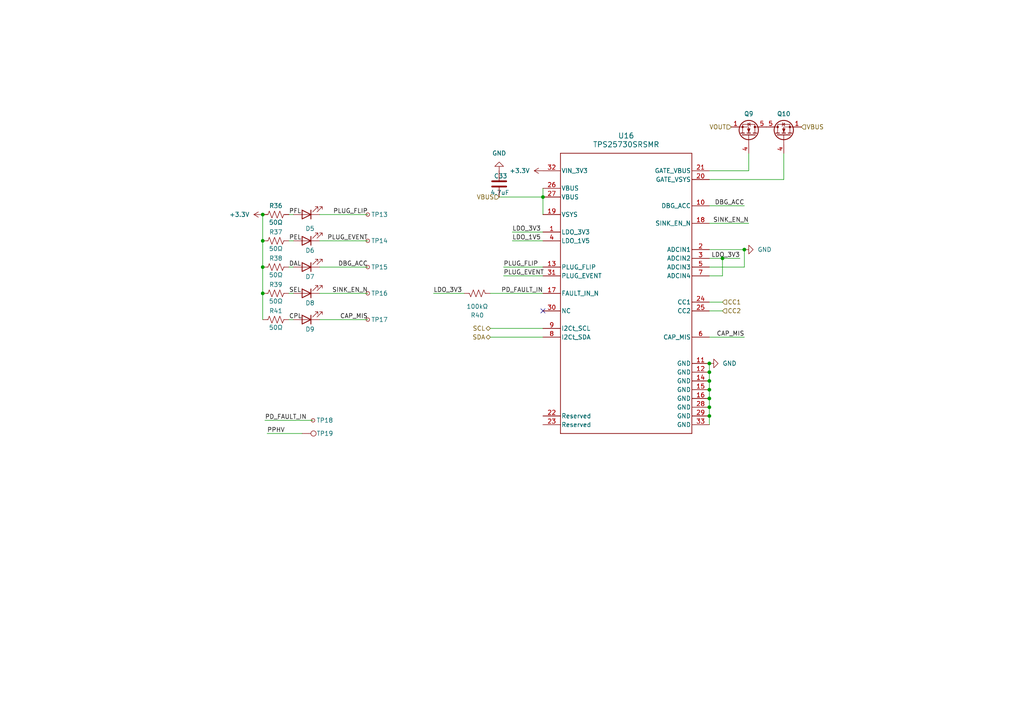
<source format=kicad_sch>
(kicad_sch (version 20231120) (generator "eeschema") (generator_version "8.0")
  (paper "A4")
  (lib_symbols
    (symbol "CM5IO:TPS25730SRSMR" (pin_names (offset 0.254))
      (property "Reference" "U" (at 0 2.54 0))
      (property "Value" "TPS25730SRSMR" (at 0 0 0))
      (symbol "TPS25730SRSMR_0_1"
        (polyline (pts (xy 5.08 -76.2) (xy 43.18 -76.2)) (stroke (width 0.2032)))
        (polyline (pts (xy 5.08 5.08) (xy 5.08 -76.2)) (stroke (width 0.2032)))
        (polyline (pts (xy 43.18 -76.2) (xy 43.18 5.08)) (stroke (width 0.2032)))
        (polyline (pts (xy 43.18 5.08) (xy 5.08 5.08)) (stroke (width 0.2032)))
        (pin unspecified line (at 0 -17.78 0) (length 5.08) (name "LDO_3V3") (number "1"))
        (pin open_collector line (at 48.26 -10.16 180) (length 5.08) (name "DBG_ACC") (number "10"))
        (pin power_in line (at 48.26 -55.88 180) (length 5.08) (name "GND") (number "11"))
        (pin power_in line (at 48.26 -58.42 180) (length 5.08) (name "GND") (number "12"))
        (pin open_collector line (at 0 -27.94 0) (length 5.08) (name "PLUG_FLIP") (number "13"))
        (pin power_in line (at 48.26 -60.96 180) (length 5.08) (name "GND") (number "14"))
        (pin power_in line (at 48.26 -63.5 180) (length 5.08) (name "GND") (number "15"))
        (pin power_in line (at 48.26 -66.04 180) (length 5.08) (name "GND") (number "16"))
        (pin input line (at 0 -35.56 0) (length 5.08) (name "FAULT_IN_N") (number "17"))
        (pin open_collector line (at 48.26 -15.24 180) (length 5.08) (name "SINK_EN_N") (number "18"))
        (pin power_in line (at 0 -12.7 0) (length 5.08) (name "VSYS") (number "19"))
        (pin unspecified line (at 48.26 -22.86 180) (length 5.08) (name "ADCIN1") (number "2"))
        (pin unspecified line (at 48.26 -2.54 180) (length 5.08) (name "GATE_VSYS") (number "20"))
        (pin unspecified line (at 48.26 0 180) (length 5.08) (name "GATE_VBUS") (number "21"))
        (pin unspecified line (at 0 -71.12 0) (length 5.08) (name "Reserved") (number "22"))
        (pin unspecified line (at 0 -73.66 0) (length 5.08) (name "Reserved") (number "23"))
        (pin bidirectional line (at 48.26 -38.1 180) (length 5.08) (name "CC1") (number "24"))
        (pin bidirectional line (at 48.26 -40.64 180) (length 5.08) (name "CC2") (number "25"))
        (pin power_in line (at 0 -5.08 0) (length 5.08) (name "VBUS") (number "26"))
        (pin power_in line (at 0 -7.62 0) (length 5.08) (name "VBUS") (number "27"))
        (pin power_in line (at 48.26 -68.58 180) (length 5.08) (name "GND") (number "28"))
        (pin power_in line (at 48.26 -71.12 180) (length 5.08) (name "GND") (number "29"))
        (pin unspecified line (at 48.26 -25.4 180) (length 5.08) (name "ADCIN2") (number "3"))
        (pin unspecified line (at 0 -40.64 0) (length 5.08) (name "NC") (number "30"))
        (pin open_collector line (at 0 -30.48 0) (length 5.08) (name "PLUG_EVENT") (number "31"))
        (pin power_in line (at 0 0 0) (length 5.08) (name "VIN_3V3") (number "32"))
        (pin power_in line (at 48.26 -73.66 180) (length 5.08) (name "GND") (number "33"))
        (pin unspecified line (at 0 -20.32 0) (length 5.08) (name "LDO_1V5") (number "4"))
        (pin unspecified line (at 48.26 -27.94 180) (length 5.08) (name "ADCIN3") (number "5"))
        (pin unspecified line (at 48.26 -48.26 180) (length 5.08) (name "CAP_MIS") (number "6"))
        (pin unspecified line (at 48.26 -30.48 180) (length 5.08) (name "ADCIN4") (number "7"))
        (pin bidirectional line (at 0 -48.26 0) (length 5.08) (name "I2Ct_SDA") (number "8"))
        (pin input line (at 0 -45.72 0) (length 5.08) (name "I2Ct_SCL") (number "9"))
      )
    )
    (symbol "Connector:TestPoint" (pin_numbers hide) (pin_names (offset 0.762) hide)
      (property "Reference" "TP" (at 0 6.858 0))
      (property "Value" "TestPoint" (at 0 5.08 0))
      (symbol "TestPoint_0_1"
        (circle (center 0 3.302) (radius 0.762))
      )
      (symbol "TestPoint_1_1"
        (pin passive line (at 0 0 90) (length 2.54) (name "1") (number "1"))
      )
    )
    (symbol "Connector:TestPoint_Small" (pin_numbers hide) (pin_names (offset 0.762) hide)
      (property "Reference" "TP" (at 0 3.81 0))
      (property "Value" "TestPoint_Small" (at 0 2.032 0))
      (symbol "TestPoint_Small_0_1"
        (circle (center 0 0) (radius 0.508))
      )
      (symbol "TestPoint_Small_1_1"
        (pin passive line (at 0 0 90) (length 0) (name "1") (number "1"))
      )
    )
    (symbol "Device:C" (pin_numbers hide) (pin_names (offset 0.254))
      (property "Reference" "C" (at 0.635 2.54 0))
      (property "Value" "C" (at 0.635 -2.54 0))
      (symbol "C_0_1"
        (polyline (pts (xy -2.032 -0.762) (xy 2.032 -0.762)) (stroke (width 0.508)))
        (polyline (pts (xy -2.032 0.762) (xy 2.032 0.762)) (stroke (width 0.508)))
      )
      (symbol "C_1_1"
        (pin passive line (at 0 3.81 270) (length 2.794) (name "~") (number "1"))
        (pin passive line (at 0 -3.81 90) (length 2.794) (name "~") (number "2"))
      )
    )
    (symbol "Device:LED" (pin_numbers hide) (pin_names (offset 1.016) hide)
      (property "Reference" "D" (at 0 2.54 0))
      (property "Value" "LED" (at 0 -2.54 0))
      (symbol "LED_0_1"
        (polyline (pts (xy -1.27 -1.27) (xy -1.27 1.27)) (stroke (width 0.254)))
        (polyline (pts (xy -1.27 0) (xy 1.27 0)))
        (polyline (pts (xy 1.27 -1.27) (xy 1.27 1.27) (xy -1.27 0) (xy 1.27 -1.27)) (stroke (width 0.254)))
        (polyline (pts (xy -3.048 -0.762) (xy -4.572 -2.286) (xy -3.81 -2.286) (xy -4.572 -2.286) (xy -4.572 -1.524)))
        (polyline (pts (xy -1.778 -0.762) (xy -3.302 -2.286) (xy -2.54 -2.286) (xy -3.302 -2.286) (xy -3.302 -1.524)))
      )
      (symbol "LED_1_1"
        (pin passive line (at -3.81 0 0) (length 2.54) (name "K") (number "1"))
        (pin passive line (at 3.81 0 180) (length 2.54) (name "A") (number "2"))
      )
    )
    (symbol "Device:R_US" (pin_numbers hide) (pin_names (offset 0))
      (property "Reference" "R" (at 2.54 0 90))
      (property "Value" "R_US" (at -2.54 0 90))
      (symbol "R_US_0_1"
        (polyline (pts (xy 0 -2.286) (xy 0 -2.54)))
        (polyline (pts (xy 0 2.286) (xy 0 2.54)))
        (polyline (pts (xy 0 -0.762) (xy 1.016 -1.143) (xy 0 -1.524) (xy -1.016 -1.905) (xy 0 -2.286)))
        (polyline (pts (xy 0 0.762) (xy 1.016 0.381) (xy 0 0) (xy -1.016 -0.381) (xy 0 -0.762)))
        (polyline (pts (xy 0 2.286) (xy 1.016 1.905) (xy 0 1.524) (xy -1.016 1.143) (xy 0 0.762)))
      )
      (symbol "R_US_1_1"
        (pin passive line (at 0 3.81 270) (length 1.27) (name "~") (number "1"))
        (pin passive line (at 0 -3.81 90) (length 1.27) (name "~") (number "2"))
      )
    )
    (symbol "Transistor_FET:CSD17577Q3A" (pin_names hide)
      (property "Reference" "Q" (at 5.08 1.905 0))
      (property "Value" "CSD17577Q3A" (at 5.08 0 0))
      (symbol "CSD17577Q3A_0_1"
        (polyline (pts (xy 0.254 0) (xy -2.54 0)))
        (polyline (pts (xy 0.254 1.905) (xy 0.254 -1.905)) (stroke (width 0.254)))
        (polyline (pts (xy 0.762 -1.27) (xy 0.762 -2.286)) (stroke (width 0.254)))
        (polyline (pts (xy 0.762 0.508) (xy 0.762 -0.508)) (stroke (width 0.254)))
        (polyline (pts (xy 0.762 2.286) (xy 0.762 1.27)) (stroke (width 0.254)))
        (polyline (pts (xy 2.54 2.54) (xy 2.54 1.778)))
        (polyline (pts (xy 2.54 -2.54) (xy 2.54 0) (xy 0.762 0)))
        (polyline (pts (xy 0.762 -1.778) (xy 3.302 -1.778) (xy 3.302 1.778) (xy 0.762 1.778)))
        (polyline (pts (xy 1.016 0) (xy 2.032 0.381) (xy 2.032 -0.381) (xy 1.016 0)) (fill (type outline)))
        (polyline (pts (xy 2.794 0.508) (xy 2.921 0.381) (xy 3.683 0.381) (xy 3.81 0.254)))
        (polyline (pts (xy 3.302 0.381) (xy 2.921 -0.254) (xy 3.683 -0.254) (xy 3.302 0.381)))
        (circle (center 1.651 0) (radius 2.794) (stroke (width 0.254)))
        (circle (center 2.54 -1.778) (radius 0.254) (fill (type outline)))
        (circle (center 2.54 1.778) (radius 0.254) (fill (type outline)))
      )
      (symbol "CSD17577Q3A_1_1"
        (pin passive line (at 2.54 -5.08 90) (length 2.54) (name "S") (number "1"))
        (pin passive line (at 2.54 -5.08 90) (length 2.54) hide (name "S") (number "2"))
        (pin passive line (at 2.54 -5.08 90) (length 2.54) hide (name "S") (number "3"))
        (pin passive line (at -5.08 0 0) (length 2.54) (name "G") (number "4"))
        (pin passive line (at 2.54 5.08 270) (length 2.54) (name "D") (number "5"))
      )
    )
    (symbol "power:+3.3V" (power) (pin_numbers hide) (pin_names (offset 0) hide)
      (property "Value" "+3.3V" (at 0 3.556 0))
      (symbol "+3.3V_0_1"
        (polyline (pts (xy -0.762 1.27) (xy 0 2.54)))
        (polyline (pts (xy 0 0) (xy 0 2.54)))
        (polyline (pts (xy 0 2.54) (xy 0.762 1.27)))
      )
      (symbol "+3.3V_1_1"
        (pin power_in line (at 0 0 90) (length 0) (name "~") (number "1"))
      )
    )
    (symbol "power:GND" (power) (pin_numbers hide) (pin_names (offset 0) hide)
      (property "Value" "GND" (at 0 -3.81 0))
      (symbol "GND_0_1"
        (polyline (pts (xy 0 0) (xy 0 -1.27) (xy 1.27 -1.27) (xy 0 -2.54) (xy -1.27 -1.27) (xy 0 -1.27)))
      )
      (symbol "GND_1_1"
        (pin power_in line (at 0 0 270) (length 0) (name "~") (number "1"))
      )
    )
  )
  (junction (at 205.74 107.95))
  (junction (at 76.2 77.47))
  (junction (at 205.74 115.57))
  (junction (at 209.55 74.93))
  (junction (at 205.74 118.11))
  (junction (at 76.2 69.85))
  (junction (at 215.9 72.39))
  (junction (at 205.74 120.65))
  (junction (at 205.74 105.41))
  (junction (at 76.2 62.23))
  (junction (at 205.74 110.49))
  (junction (at 157.48 57.15))
  (junction (at 205.74 113.03))
  (junction (at 76.2 85.09))
  (no_connect (at 157.48 90.17))
  (wire (pts (xy 217.17 44.45) (xy 217.17 49.53)))
  (wire (pts (xy 209.55 74.93) (xy 205.74 74.93)))
  (wire (pts (xy 209.55 80.01) (xy 205.74 80.01)))
  (wire (pts (xy 85.09 62.23) (xy 83.82 62.23)))
  (wire (pts (xy 76.2 77.47) (xy 76.2 85.09)))
  (wire (pts (xy 87.63 125.73) (xy 77.47 125.73)))
  (wire (pts (xy 85.09 69.85) (xy 83.82 69.85)))
  (wire (pts (xy 92.71 69.85) (xy 106.68 69.85)))
  (wire (pts (xy 214.63 74.93) (xy 209.55 74.93)))
  (wire (pts (xy 205.74 105.41) (xy 205.74 107.95)))
  (wire (pts (xy 76.2 62.23) (xy 76.2 69.85)))
  (wire (pts (xy 209.55 74.93) (xy 209.55 80.01)))
  (wire (pts (xy 148.59 69.85) (xy 157.48 69.85)))
  (wire (pts (xy 205.74 52.07) (xy 227.33 52.07)))
  (wire (pts (xy 142.24 95.25) (xy 157.48 95.25)))
  (wire (pts (xy 217.17 49.53) (xy 205.74 49.53)))
  (wire (pts (xy 205.74 115.57) (xy 205.74 118.11)))
  (wire (pts (xy 205.74 120.65) (xy 205.74 123.19)))
  (wire (pts (xy 209.55 90.17) (xy 205.74 90.17)))
  (wire (pts (xy 209.55 87.63) (xy 205.74 87.63)))
  (wire (pts (xy 205.74 118.11) (xy 205.74 120.65)))
  (wire (pts (xy 146.05 80.01) (xy 157.48 80.01)))
  (wire (pts (xy 92.71 77.47) (xy 106.68 77.47)))
  (wire (pts (xy 144.78 57.15) (xy 157.48 57.15)))
  (wire (pts (xy 215.9 77.47) (xy 205.74 77.47)))
  (wire (pts (xy 146.05 77.47) (xy 157.48 77.47)))
  (wire (pts (xy 227.33 52.07) (xy 227.33 44.45)))
  (wire (pts (xy 90.805 121.92) (xy 76.835 121.92)))
  (wire (pts (xy 215.9 72.39) (xy 205.74 72.39)))
  (wire (pts (xy 157.48 57.15) (xy 157.48 62.23)))
  (wire (pts (xy 106.68 92.71) (xy 92.71 92.71)))
  (wire (pts (xy 142.24 85.09) (xy 157.48 85.09)))
  (wire (pts (xy 76.2 85.09) (xy 76.2 92.71)))
  (wire (pts (xy 125.73 85.09) (xy 134.62 85.09)))
  (wire (pts (xy 85.09 77.47) (xy 83.82 77.47)))
  (wire (pts (xy 205.74 107.95) (xy 205.74 110.49)))
  (wire (pts (xy 92.71 62.23) (xy 106.68 62.23)))
  (wire (pts (xy 85.09 92.71) (xy 83.82 92.71)))
  (wire (pts (xy 148.59 67.31) (xy 157.48 67.31)))
  (wire (pts (xy 157.48 54.61) (xy 157.48 57.15)))
  (wire (pts (xy 205.74 110.49) (xy 205.74 113.03)))
  (wire (pts (xy 215.9 72.39) (xy 215.9 77.47)))
  (wire (pts (xy 205.74 113.03) (xy 205.74 115.57)))
  (wire (pts (xy 85.09 85.09) (xy 83.82 85.09)))
  (wire (pts (xy 92.71 85.09) (xy 106.68 85.09)))
  (wire (pts (xy 142.24 97.79) (xy 157.48 97.79)))
  (wire (pts (xy 217.17 64.77) (xy 205.74 64.77)))
  (wire (pts (xy 76.2 69.85) (xy 76.2 77.47)))
  (wire (pts (xy 215.9 97.79) (xy 205.74 97.79)))
  (wire (pts (xy 215.9 59.69) (xy 205.74 59.69)))
  (label "CAP_MIS" (at 215.9 97.79 180))
  (label "PD_FAULT_IN" (at 157.48 85.09 180))
  (label "LDO_3V3" (at 148.59 67.31 0))
  (label "SEL" (at 83.82 85.09 0))
  (label "CPL" (at 83.82 92.71 0))
  (label "PD_FAULT_IN" (at 76.835 121.92 0))
  (label "PFL" (at 83.82 62.23 0))
  (label "PLUG_EVENT" (at 106.68 69.85 180))
  (label "DAL" (at 83.82 77.47 0))
  (label "DBG_ACC" (at 106.68 77.47 180))
  (label "PLUG_FLIP" (at 106.68 62.23 180))
  (label "CAP_MIS" (at 106.68 92.71 180))
  (label "SINK_EN_N" (at 217.17 64.77 180))
  (label "DBG_ACC" (at 215.9 59.69 180))
  (label "PPHV" (at 77.47 125.73 0))
  (label "LDO_3V3" (at 214.63 74.93 180))
  (label "LDO_3V3" (at 125.73 85.09 0))
  (label "SINK_EN_N" (at 106.68 85.09 180))
  (label "PLUG_EVENT" (at 146.05 80.01 0))
  (label "PLUG_FLIP" (at 146.05 77.47 0))
  (label "LDO_1V5" (at 148.59 69.85 0))
  (label "PEL" (at 83.82 69.85 0))
  (hierarchical_label "VBUS" (shape input) (at 144.78 57.15 180))
  (hierarchical_label "VBUS" (shape input) (at 232.41 36.83 0))
  (hierarchical_label "CC1" (shape input) (at 209.55 87.63 0))
  (hierarchical_label "CC2" (shape input) (at 209.55 90.17 0))
  (hierarchical_label "SDA" (shape bidirectional) (at 142.24 97.79 180))
  (hierarchical_label "SCL" (shape bidirectional) (at 142.24 95.25 180))
  (hierarchical_label "VOUT" (shape input) (at 212.09 36.83 180))
  (symbol (lib_id "Device:LED") (at 88.9 92.71 180) (unit 1)
    (property "Reference" "D9" (at 89.916 95.504 0))
    (property "Value" "KT-0603R" (effects (hide yes)))
    (property "Footprint" "LED_SMD:LED_0603_1608Metric" (effects (hide yes)))
    (property "Description" "Light emitting diode" (effects (hide yes)))
  )
  (symbol (lib_id "Connector:TestPoint_Small") (at 106.68 85.09 0) (mirror y) (unit 1)
    (property "Reference" "TP16" (at 112.522 85.09 0) (effects (justify left)))
    (property "Value" "TestPoint_Small" (effects (hide yes)))
    (property "Footprint" "TestPoint:TestPoint_Pad_D1.0mm" (effects (hide yes)))
    (property "Description" "test point" (effects (hide yes)))
  )
  (symbol (lib_id "power:GND") (at 144.78 49.53 180) (unit 1)
    (property "Reference" "#PWR0107" (effects (hide yes)))
    (property "Value" "GND" (at 144.78 44.45 0))
    (property "Description" "Power symbol creates a global label with name \"GND\" , ground" (effects (hide yes)))
  )
  (symbol (lib_id "Connector:TestPoint_Small") (at 106.68 92.71 0) (mirror y) (unit 1)
    (property "Reference" "TP17" (at 112.522 92.71 0) (effects (justify left)))
    (property "Value" "TestPoint_Small" (effects (hide yes)))
    (property "Footprint" "TestPoint:TestPoint_Pad_D1.0mm" (effects (hide yes)))
    (property "Description" "test point" (effects (hide yes)))
  )
  (symbol (lib_id "power:+3.3V") (at 157.48 49.53 90) (mirror x) (unit 1)
    (property "Reference" "#PWR0108" (effects (hide yes)))
    (property "Value" "+3.3V" (at 153.67 49.5299 90) (effects (justify left)))
    (property "Description" "Power symbol creates a global label with name \"+3.3V\"" (effects (hide yes)))
  )
  (symbol (lib_id "power:GND") (at 215.9 72.39 90) (unit 1)
    (property "Reference" "#PWR0110" (effects (hide yes)))
    (property "Value" "GND" (at 219.71 72.3899 90) (effects (justify right)))
    (property "Description" "Power symbol creates a global label with name \"GND\" , ground" (effects (hide yes)))
  )
  (symbol (lib_id "Device:R_US") (at 80.01 77.47 270) (unit 1)
    (property "Reference" "R38" (at 80.01 74.93 90))
    (property "Value" "50Ω" (at 80.01 79.756 90))
    (property "Footprint" "Resistor_SMD:R_0402_1005Metric_Pad0.72x0.64mm_HandSolder" (effects (hide yes)))
    (property "Description" "Resistor, US symbol" (effects (hide yes)))
  )
  (symbol (lib_id "power:GND") (at 205.74 105.41 90) (unit 1)
    (property "Reference" "#PWR0112" (effects (hide yes)))
    (property "Value" "GND" (at 209.55 105.4099 90) (effects (justify right)))
    (property "Description" "Power symbol creates a global label with name \"GND\" , ground" (effects (hide yes)))
  )
  (symbol (lib_id "Connector:TestPoint") (at 87.63 125.73 270) (mirror x) (unit 1)
    (property "Reference" "TP19" (at 94.234 125.73 90))
    (property "Value" "TestPoint" (effects (hide yes)))
    (property "Footprint" "TestPoint:TestPoint_Pad_D3.0mm" (effects (hide yes)))
    (property "Description" "test point" (effects (hide yes)))
  )
  (symbol (lib_id "Device:LED") (at 88.9 85.09 180) (unit 1)
    (property "Reference" "D8" (at 89.916 87.884 0))
    (property "Value" "KT-0603R" (effects (hide yes)))
    (property "Footprint" "LED_SMD:LED_0603_1608Metric" (effects (hide yes)))
    (property "Description" "Light emitting diode" (effects (hide yes)))
  )
  (symbol (lib_id "power:+3.3V") (at 76.2 62.23 90) (mirror x) (unit 1)
    (property "Reference" "#PWR0109" (effects (hide yes)))
    (property "Value" "+3.3V" (at 72.39 62.2299 90) (effects (justify left)))
    (property "Description" "Power symbol creates a global label with name \"+3.3V\"" (effects (hide yes)))
  )
  (symbol (lib_id "Connector:TestPoint_Small") (at 106.68 62.23 0) (mirror y) (unit 1)
    (property "Reference" "TP13" (at 112.522 62.23 0) (effects (justify left)))
    (property "Value" "TestPoint_Small" (effects (hide yes)))
    (property "Footprint" "TestPoint:TestPoint_Pad_D1.0mm" (effects (hide yes)))
    (property "Description" "test point" (effects (hide yes)))
  )
  (symbol (lib_id "Transistor_FET:CSD17577Q3A") (at 227.33 39.37 90) (unit 1)
    (property "Reference" "Q10" (at 227.33 33.02 90))
    (property "Value" "CSD17577Q3A" (effects (hide yes)))
    (property "Footprint" "Package_SON:VSON-8_3.3x3.3mm_P0.65mm_NexFET" (effects (hide yes)))
    (property "Datasheet" "https://www.ti.com/lit/ds/symlink/csd17577q3a.pdf" (effects (hide yes)))
    (property "Description" "35A Id, 30V Vds, NexFET N-Channel Power MOSFET, 4.0mOhm Ron, Qg Typ 12nC, VSON-8 3.3x3.3mm" (effects (hide yes)))
  )
  (symbol (lib_id "Device:R_US") (at 80.01 62.23 270) (unit 1)
    (property "Reference" "R36" (at 80.01 59.69 90))
    (property "Value" "50Ω" (at 80.01 64.516 90))
    (property "Footprint" "Resistor_SMD:R_0402_1005Metric_Pad0.72x0.64mm_HandSolder" (effects (hide yes)))
    (property "Description" "Resistor, US symbol" (effects (hide yes)))
  )
  (symbol (lib_id "Transistor_FET:CSD17577Q3A") (at 217.17 39.37 270) (mirror x) (unit 1)
    (property "Reference" "Q9" (at 217.17 33.02 90))
    (property "Value" "CSD17577Q3A" (effects (hide yes)))
    (property "Footprint" "Package_SON:VSON-8_3.3x3.3mm_P0.65mm_NexFET" (effects (hide yes)))
    (property "Datasheet" "https://www.ti.com/lit/ds/symlink/csd17577q3a.pdf" (effects (hide yes)))
    (property "Description" "35A Id, 30V Vds, NexFET N-Channel Power MOSFET, 4.0mOhm Ron, Qg Typ 12nC, VSON-8 3.3x3.3mm" (effects (hide yes)))
  )
  (symbol (lib_id "CM5IO:TPS25730SRSMR") (at 157.48 49.53 0) (unit 1)
    (property "Reference" "U16" (at 181.61 39.37 0) (effects (font (size 1.524 1.524))))
    (property "Value" "TPS25730SRSMR" (at 181.61 41.91 0) (effects (font (size 1.524 1.524))))
    (property "Footprint" "Library:RSM0032B-IPC_A" (effects (hide yes)))
    (property "Datasheet" "TPS25730SRSMR" (effects (hide yes)))
  )
  (symbol (lib_id "Device:R_US") (at 80.01 69.85 270) (unit 1)
    (property "Reference" "R37" (at 80.01 67.31 90))
    (property "Value" "50Ω" (at 80.01 72.136 90))
    (property "Footprint" "Resistor_SMD:R_0402_1005Metric_Pad0.72x0.64mm_HandSolder" (effects (hide yes)))
    (property "Description" "Resistor, US symbol" (effects (hide yes)))
  )
  (symbol (lib_id "Device:R_US") (at 80.01 85.09 270) (unit 1)
    (property "Reference" "R39" (at 80.01 82.55 90))
    (property "Value" "50Ω" (at 80.01 87.376 90))
    (property "Footprint" "Resistor_SMD:R_0402_1005Metric_Pad0.72x0.64mm_HandSolder" (effects (hide yes)))
    (property "Description" "Resistor, US symbol" (effects (hide yes)))
  )
  (symbol (lib_id "Connector:TestPoint_Small") (at 106.68 77.47 0) (mirror y) (unit 1)
    (property "Reference" "TP15" (at 112.522 77.47 0) (effects (justify left)))
    (property "Value" "TestPoint_Small" (effects (hide yes)))
    (property "Footprint" "TestPoint:TestPoint_Pad_D1.0mm" (effects (hide yes)))
    (property "Description" "test point" (effects (hide yes)))
  )
  (symbol (lib_id "Connector:TestPoint_Small") (at 106.68 69.85 0) (mirror y) (unit 1)
    (property "Reference" "TP14" (at 112.522 69.85 0) (effects (justify left)))
    (property "Value" "TestPoint_Small" (effects (hide yes)))
    (property "Footprint" "TestPoint:TestPoint_Pad_D1.0mm" (effects (hide yes)))
    (property "Description" "test point" (effects (hide yes)))
  )
  (symbol (lib_id "Device:LED") (at 88.9 69.85 180) (unit 1)
    (property "Reference" "D6" (at 89.916 72.644 0))
    (property "Value" "KT-0603R" (effects (hide yes)))
    (property "Footprint" "LED_SMD:LED_0603_1608Metric" (effects (hide yes)))
    (property "Description" "Light emitting diode" (effects (hide yes)))
  )
  (symbol (lib_id "Device:R_US") (at 138.43 85.09 270) (mirror x) (unit 1)
    (property "Reference" "R40" (at 138.43 91.44 90))
    (property "Value" "100kΩ" (at 138.43 88.9 90))
    (property "Footprint" "Resistor_SMD:R_0402_1005Metric_Pad0.72x0.64mm_HandSolder" (effects (hide yes)))
    (property "Description" "Resistor, US symbol" (effects (hide yes)))
  )
  (symbol (lib_id "Connector:TestPoint_Small") (at 90.805 121.92 0) (mirror y) (unit 1)
    (property "Reference" "TP18" (at 96.647 121.92 0) (effects (justify left)))
    (property "Value" "TestPoint_Small" (effects (hide yes)))
    (property "Footprint" "TestPoint:TestPoint_Pad_D1.0mm" (effects (hide yes)))
    (property "Description" "test point" (effects (hide yes)))
  )
  (symbol (lib_id "Device:LED") (at 88.9 77.47 180) (unit 1)
    (property "Reference" "D7" (at 89.916 80.264 0))
    (property "Value" "KT-0603R" (effects (hide yes)))
    (property "Footprint" "LED_SMD:LED_0603_1608Metric" (effects (hide yes)))
    (property "Description" "Light emitting diode" (effects (hide yes)))
  )
  (symbol (lib_id "Device:LED") (at 88.9 62.23 180) (unit 1)
    (property "Reference" "D5" (at 89.916 66.294 0))
    (property "Value" "KT-0603R" (effects (hide yes)))
    (property "Footprint" "LED_SMD:LED_0603_1608Metric" (effects (hide yes)))
    (property "Description" "Light emitting diode" (effects (hide yes)))
  )
  (symbol (lib_id "Device:R_US") (at 80.01 92.71 270) (unit 1)
    (property "Reference" "R41" (at 80.01 90.17 90))
    (property "Value" "50Ω" (at 80.01 94.996 90))
    (property "Footprint" "Resistor_SMD:R_0402_1005Metric_Pad0.72x0.64mm_HandSolder" (effects (hide yes)))
    (property "Description" "Resistor, US symbol" (effects (hide yes)))
  )
  (symbol (lib_id "Device:C") (at 144.78 53.34 0) (unit 1)
    (property "Reference" "C33" (at 143.256 51.054 0) (effects (justify left)))
    (property "Value" "4.7uF" (at 142.24 55.88 0) (effects (justify left)))
    (property "Footprint" "Capacitor_SMD:C_0603_1608Metric_Pad1.08x0.95mm_HandSolder" (effects (hide yes)))
    (property "Description" "Unpolarized capacitor" (effects (hide yes)))
  )
)
</source>
